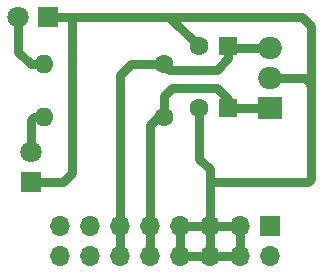
<source format=gtl>
G04 #@! TF.GenerationSoftware,KiCad,Pcbnew,(6.0.10)*
G04 #@! TF.CreationDate,2023-01-21T10:22:34+01:00*
G04 #@! TF.ProjectId,MS 5V for Powr Bus,4d532035-5620-4666-9f72-20506f777220,rev?*
G04 #@! TF.SameCoordinates,Original*
G04 #@! TF.FileFunction,Copper,L1,Top*
G04 #@! TF.FilePolarity,Positive*
%FSLAX46Y46*%
G04 Gerber Fmt 4.6, Leading zero omitted, Abs format (unit mm)*
G04 Created by KiCad (PCBNEW (6.0.10)) date 2023-01-21 10:22:34*
%MOMM*%
%LPD*%
G01*
G04 APERTURE LIST*
G04 #@! TA.AperFunction,ComponentPad*
%ADD10C,1.600000*%
G04 #@! TD*
G04 #@! TA.AperFunction,ComponentPad*
%ADD11O,1.600000X1.600000*%
G04 #@! TD*
G04 #@! TA.AperFunction,ComponentPad*
%ADD12R,1.600000X1.600000*%
G04 #@! TD*
G04 #@! TA.AperFunction,ComponentPad*
%ADD13R,1.800000X1.800000*%
G04 #@! TD*
G04 #@! TA.AperFunction,ComponentPad*
%ADD14C,1.800000*%
G04 #@! TD*
G04 #@! TA.AperFunction,ComponentPad*
%ADD15R,2.000000X1.905000*%
G04 #@! TD*
G04 #@! TA.AperFunction,ComponentPad*
%ADD16O,2.000000X1.905000*%
G04 #@! TD*
G04 #@! TA.AperFunction,ComponentPad*
%ADD17R,1.700000X1.700000*%
G04 #@! TD*
G04 #@! TA.AperFunction,ComponentPad*
%ADD18O,1.700000X1.700000*%
G04 #@! TD*
G04 #@! TA.AperFunction,Conductor*
%ADD19C,0.750000*%
G04 #@! TD*
G04 APERTURE END LIST*
D10*
X163830000Y-81500000D03*
D11*
X153670000Y-81500000D03*
D12*
X169250000Y-80000000D03*
D10*
X166750000Y-80000000D03*
D12*
X169250000Y-85250000D03*
D10*
X166750000Y-85250000D03*
D13*
X152500000Y-91510000D03*
D14*
X152500000Y-88970000D03*
D15*
X172750000Y-85250000D03*
D16*
X172750000Y-82710000D03*
X172750000Y-80170000D03*
D13*
X154000000Y-77500000D03*
D14*
X151460000Y-77500000D03*
D17*
X172750000Y-95250000D03*
D18*
X172750000Y-97790000D03*
X170210000Y-95250000D03*
X170210000Y-97790000D03*
X167670000Y-95250000D03*
X167670000Y-97790000D03*
X165130000Y-95250000D03*
X165130000Y-97790000D03*
X162590000Y-95250000D03*
X162590000Y-97790000D03*
X160050000Y-95250000D03*
X160050000Y-97790000D03*
X157510000Y-95250000D03*
X157510000Y-97790000D03*
X154970000Y-95250000D03*
X154970000Y-97790000D03*
D10*
X163830000Y-86000000D03*
D11*
X153670000Y-86000000D03*
D19*
X163250000Y-86000000D02*
X162590000Y-86660000D01*
X163830000Y-86000000D02*
X163250000Y-86000000D01*
X163830000Y-86000000D02*
X163830000Y-84170000D01*
X169250000Y-84500000D02*
X169250000Y-85250000D01*
X163830000Y-84170000D02*
X164500000Y-83500000D01*
X168250000Y-83500000D02*
X169250000Y-84500000D01*
X162590000Y-86660000D02*
X162590000Y-95250000D01*
X164500000Y-83500000D02*
X168250000Y-83500000D01*
X162590000Y-97790000D02*
X162590000Y-95250000D01*
X172750000Y-85250000D02*
X169250000Y-85250000D01*
X165130000Y-95250000D02*
X165130000Y-97790000D01*
X166750000Y-89500000D02*
X167670000Y-90420000D01*
X166750000Y-85250000D02*
X166750000Y-89500000D01*
X170210000Y-97790000D02*
X170210000Y-95250000D01*
X176250000Y-91250000D02*
X176000000Y-91500000D01*
X164250000Y-77500000D02*
X175500000Y-77500000D01*
X164250000Y-77500000D02*
X166750000Y-80000000D01*
X167670000Y-97790000D02*
X170210000Y-97790000D01*
X167670000Y-91420000D02*
X167670000Y-95250000D01*
X155240000Y-91510000D02*
X156000000Y-90750000D01*
X172750000Y-82710000D02*
X175710000Y-82710000D01*
X167670000Y-95250000D02*
X167670000Y-97790000D01*
X176250000Y-83250000D02*
X176250000Y-83750000D01*
X176250000Y-78250000D02*
X176250000Y-83750000D01*
X167670000Y-90420000D02*
X167670000Y-91420000D01*
X156000000Y-90750000D02*
X156000000Y-77500000D01*
X170210000Y-95250000D02*
X167670000Y-95250000D01*
X154000000Y-77500000D02*
X156000000Y-77500000D01*
X152500000Y-91510000D02*
X155240000Y-91510000D01*
X176000000Y-91500000D02*
X167750000Y-91500000D01*
X175710000Y-82710000D02*
X176250000Y-83250000D01*
X165130000Y-95250000D02*
X167670000Y-95250000D01*
X175500000Y-77500000D02*
X176250000Y-78250000D01*
X176250000Y-83750000D02*
X176250000Y-91250000D01*
X165130000Y-97790000D02*
X167670000Y-97790000D01*
X167750000Y-91500000D02*
X167670000Y-91420000D01*
X156000000Y-77500000D02*
X164250000Y-77500000D01*
X163830000Y-81500000D02*
X163830000Y-81580000D01*
X161000000Y-81500000D02*
X160050000Y-82450000D01*
X169250000Y-81000000D02*
X169250000Y-80000000D01*
X160050000Y-97790000D02*
X160050000Y-95250000D01*
X169420000Y-80170000D02*
X169250000Y-80000000D01*
X163830000Y-81500000D02*
X161000000Y-81500000D01*
X160050000Y-82450000D02*
X160050000Y-95250000D01*
X172750000Y-80170000D02*
X169420000Y-80170000D01*
X163830000Y-81580000D02*
X164250000Y-82000000D01*
X168250000Y-82000000D02*
X169250000Y-81000000D01*
X164250000Y-82000000D02*
X168250000Y-82000000D01*
X153670000Y-86000000D02*
X152750000Y-86000000D01*
X152500000Y-86250000D02*
X152500000Y-88970000D01*
X152750000Y-86000000D02*
X152500000Y-86250000D01*
X151460000Y-80460000D02*
X152500000Y-81500000D01*
X151460000Y-77500000D02*
X151460000Y-80460000D01*
X152500000Y-81500000D02*
X153670000Y-81500000D01*
M02*

</source>
